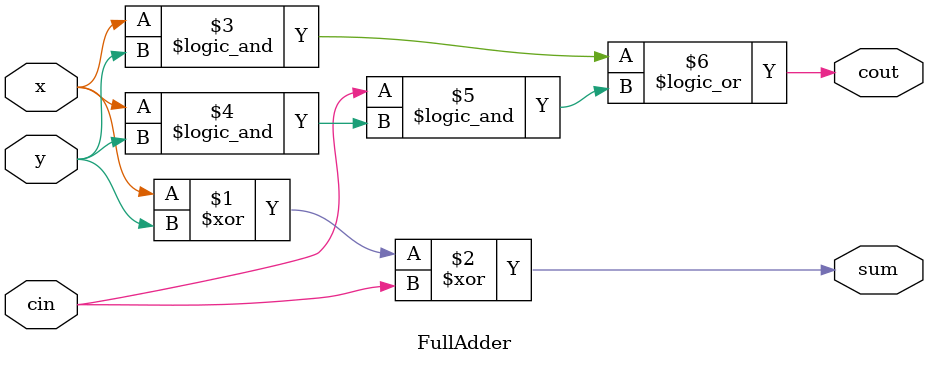
<source format=v>
module FullAdder(x,y,cin,cout,sum);
input x,y,cin;
output sum,cout;

assign sum=(x^y)^cin;
assign cout=(x&&y)||(cin&&(x&&y));


endmodule 
</source>
